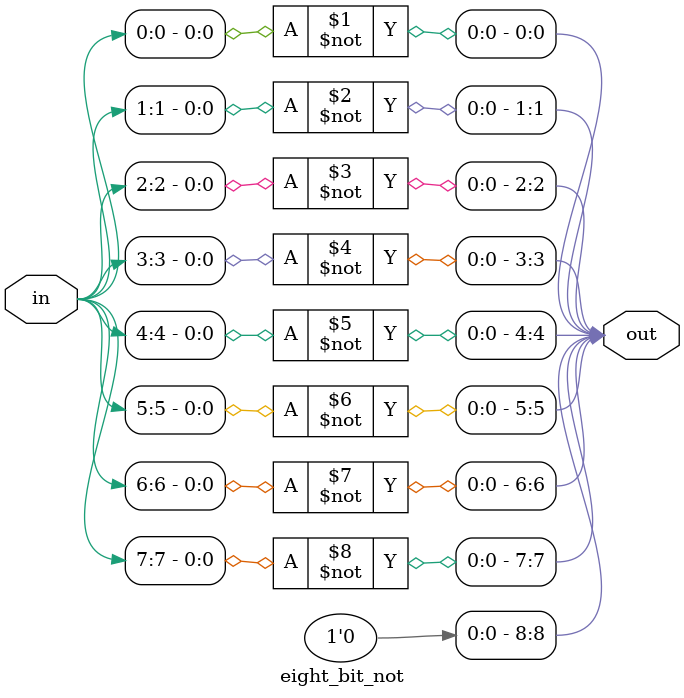
<source format=v>
`ifndef BINARY_OP_V
`define BINARY_OP_V

module eight_bit_and(in_a, in_b, out);
    input  [7:0] in_a, in_b;
    output [8:0] out;
    assign out[0] = in_a[0] & in_b[0];
    assign out[1] = in_a[1] & in_b[1];
    assign out[2] = in_a[2] & in_b[2];
    assign out[3] = in_a[3] & in_b[3];
    assign out[4] = in_a[4] & in_b[4];
    assign out[5] = in_a[5] & in_b[5];
    assign out[6] = in_a[6] & in_b[6];
    assign out[7] = in_a[7] & in_b[7];
    assign out[8] = 1'b0;
endmodule // eight_bit_and

module eight_bit_or(in_a, in_b, out);
    input  [7:0] in_a, in_b;
    output [8:0] out;
    assign out[0] = in_a[0] | in_b[0];
    assign out[1] = in_a[1] | in_b[1];
    assign out[2] = in_a[2] | in_b[2];
    assign out[3] = in_a[3] | in_b[3];
    assign out[4] = in_a[4] | in_b[4];
    assign out[5] = in_a[5] | in_b[5];
    assign out[6] = in_a[6] | in_b[6];
    assign out[7] = in_a[7] | in_b[7];
    assign out[8] = 1'b0;
endmodule // eight_bit_or

module eight_bit_xor(in_a, in_b, out);
    input  [7:0] in_a, in_b;
    output [8:0] out;
    assign out[0] = in_a[0] ^ in_b[0];
    assign out[1] = in_a[1] ^ in_b[1];
    assign out[2] = in_a[2] ^ in_b[2];
    assign out[3] = in_a[3] ^ in_b[3];
    assign out[4] = in_a[4] ^ in_b[4];
    assign out[5] = in_a[5] ^ in_b[5];
    assign out[6] = in_a[6] ^ in_b[6];
    assign out[7] = in_a[7] ^ in_b[7];
    assign out[8] = 1'b0;
endmodule // eight_bit_xor

module eight_bit_not(in, out);
    input  [7:0] in;
    output [8:0] out;
    assign out[0] = ~in[0];
    assign out[1] = ~in[1];
    assign out[2] = ~in[2];
    assign out[3] = ~in[3];
    assign out[4] = ~in[4];
    assign out[5] = ~in[5];
    assign out[6] = ~in[6];
    assign out[7] = ~in[7];
    assign out[8] = 1'b0;
endmodule // eight_bit_not

`endif//BINARY_OP_V

</source>
